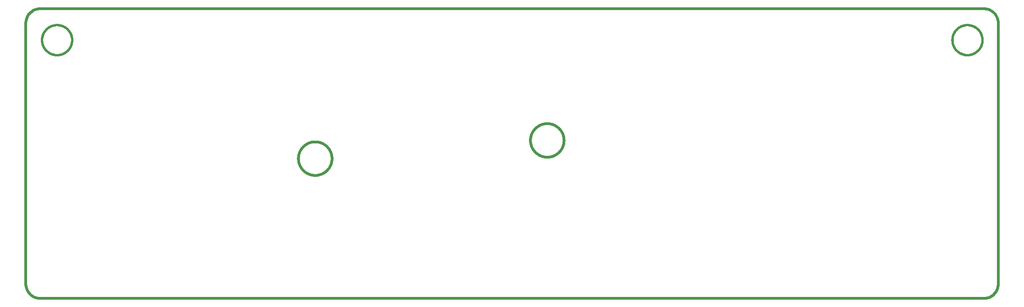
<source format=gm1>
%TF.GenerationSoftware,KiCad,Pcbnew,7.0.1-0*%
%TF.CreationDate,2023-05-09T20:48:56-04:00*%
%TF.ProjectId,WrightFlyer,57726967-6874-4466-9c79-65722e6b6963,v05*%
%TF.SameCoordinates,Original*%
%TF.FileFunction,Profile,NP*%
%FSLAX46Y46*%
G04 Gerber Fmt 4.6, Leading zero omitted, Abs format (unit mm)*
G04 Created by KiCad (PCBNEW 7.0.1-0) date 2023-05-09 20:48:56*
%MOMM*%
%LPD*%
G01*
G04 APERTURE LIST*
%TA.AperFunction,Profile*%
%ADD10C,0.520750*%
%TD*%
%TA.AperFunction,Profile*%
%ADD11C,0.447760*%
%TD*%
%TA.AperFunction,Profile*%
%ADD12C,0.499999*%
%TD*%
G04 APERTURE END LIST*
%TO.C,svg2mod*%
D10*
X240268506Y-63053385D02*
X240331599Y-63055848D01*
X240394615Y-63059952D01*
X240457518Y-63065694D01*
X240520269Y-63073071D01*
X240582830Y-63082078D01*
X240645164Y-63092709D01*
X240707232Y-63104959D01*
X240768999Y-63118820D01*
X240830426Y-63134284D01*
X240891476Y-63151341D01*
X240952113Y-63169981D01*
X241012301Y-63190193D01*
X241072002Y-63211965D01*
X241131182Y-63235283D01*
X241189803Y-63260133D01*
X241247832Y-63286502D01*
X241305233Y-63314371D01*
X241361971Y-63343726D01*
X241418012Y-63374548D01*
X241473323Y-63406818D01*
X241527871Y-63440518D01*
X241581621Y-63475626D01*
X241634543Y-63512123D01*
X241686604Y-63549985D01*
X241737772Y-63589190D01*
X241788018Y-63629714D01*
X241837310Y-63671533D01*
X241885619Y-63714622D01*
X241932916Y-63758954D01*
X241979173Y-63804504D01*
X242024361Y-63851243D01*
X242068453Y-63899144D01*
X242111423Y-63948177D01*
X242153245Y-63998314D01*
X242193894Y-64049523D01*
X242233344Y-64101774D01*
X242271573Y-64155036D01*
X242308558Y-64209276D01*
X242344276Y-64264463D01*
X242378705Y-64320561D01*
X242411825Y-64377539D01*
X242443616Y-64435361D01*
X242474059Y-64493992D01*
X242503136Y-64553398D01*
X242530828Y-64613542D01*
X242557119Y-64674389D01*
X242581994Y-64735901D01*
X242605437Y-64798042D01*
X242627435Y-64860774D01*
X242647974Y-64924060D01*
X242667041Y-64987860D01*
X242684625Y-65052138D01*
X242700716Y-65116853D01*
X242715304Y-65181968D01*
X242728380Y-65247442D01*
X242739937Y-65313237D01*
X242749966Y-65379313D01*
X242758463Y-65445630D01*
X242765422Y-65512147D01*
X242770839Y-65578826D01*
X242774710Y-65645626D01*
X242777034Y-65712506D01*
X242777809Y-65779427D01*
X242777809Y-113804948D01*
X242774710Y-113938749D01*
X242765422Y-114072228D01*
X242749966Y-114205062D01*
X242728380Y-114336933D01*
X242700716Y-114467522D01*
X242667041Y-114596515D01*
X242627435Y-114723601D01*
X242581994Y-114848474D01*
X242530828Y-114970833D01*
X242474059Y-115090383D01*
X242411825Y-115206836D01*
X242344276Y-115319912D01*
X242271573Y-115429339D01*
X242193894Y-115534852D01*
X242111423Y-115636198D01*
X242024361Y-115733132D01*
X241932916Y-115825421D01*
X241837310Y-115912842D01*
X241737772Y-115995186D01*
X241634543Y-116072252D01*
X241527871Y-116143857D01*
X241418012Y-116209827D01*
X241305233Y-116270004D01*
X241189803Y-116324242D01*
X241072002Y-116372410D01*
X240952113Y-116414394D01*
X240830426Y-116450091D01*
X240707232Y-116479416D01*
X240582830Y-116502298D01*
X240457518Y-116518681D01*
X240331599Y-116528527D01*
X240205375Y-116531812D01*
X65871000Y-116531812D01*
X65807869Y-116530990D01*
X65744776Y-116528527D01*
X65681760Y-116524423D01*
X65618857Y-116518681D01*
X65556106Y-116511304D01*
X65493545Y-116502298D01*
X65431212Y-116491666D01*
X65369143Y-116479416D01*
X65307376Y-116465555D01*
X65245949Y-116450091D01*
X65184899Y-116433034D01*
X65124262Y-116414394D01*
X65064074Y-116394182D01*
X65004373Y-116372410D01*
X64945194Y-116349092D01*
X64886572Y-116324242D01*
X64828543Y-116297873D01*
X64771143Y-116270004D01*
X64714404Y-116240649D01*
X64658363Y-116209827D01*
X64603052Y-116177557D01*
X64548505Y-116143857D01*
X64494754Y-116108749D01*
X64441832Y-116072252D01*
X64389771Y-116034390D01*
X64338603Y-115995186D01*
X64288357Y-115954661D01*
X64239065Y-115912842D01*
X64190756Y-115869753D01*
X64143459Y-115825421D01*
X64097202Y-115779871D01*
X64052014Y-115733132D01*
X64007922Y-115685231D01*
X63964952Y-115636198D01*
X63923130Y-115586061D01*
X63882482Y-115534852D01*
X63843031Y-115482601D01*
X63804802Y-115429339D01*
X63767817Y-115375099D01*
X63732099Y-115319912D01*
X63697670Y-115263814D01*
X63664550Y-115206836D01*
X63632759Y-115149014D01*
X63602316Y-115090383D01*
X63573239Y-115030977D01*
X63545547Y-114970833D01*
X63519256Y-114909986D01*
X63494381Y-114848474D01*
X63470938Y-114786333D01*
X63448940Y-114723601D01*
X63428401Y-114660316D01*
X63409334Y-114596515D01*
X63391750Y-114532238D01*
X63375659Y-114467522D01*
X63361071Y-114402407D01*
X63347995Y-114336933D01*
X63336438Y-114271138D01*
X63326409Y-114205062D01*
X63317912Y-114138745D01*
X63310953Y-114072228D01*
X63305536Y-114005549D01*
X63301665Y-113938749D01*
X63299341Y-113871869D01*
X63298566Y-113804948D01*
X63298566Y-65779427D01*
X63301665Y-65645626D01*
X63310953Y-65512147D01*
X63326409Y-65379313D01*
X63347995Y-65247442D01*
X63375659Y-65116853D01*
X63409334Y-64987860D01*
X63448940Y-64860774D01*
X63494381Y-64735901D01*
X63545547Y-64613542D01*
X63602316Y-64493992D01*
X63664550Y-64377539D01*
X63732099Y-64264463D01*
X63804802Y-64155036D01*
X63882482Y-64049523D01*
X63964952Y-63948177D01*
X64052014Y-63851243D01*
X64143459Y-63758954D01*
X64239065Y-63671533D01*
X64338603Y-63589190D01*
X64441832Y-63512123D01*
X64548505Y-63440518D01*
X64658363Y-63374548D01*
X64771143Y-63314371D01*
X64886572Y-63260133D01*
X65004373Y-63211965D01*
X65124262Y-63169981D01*
X65245949Y-63134284D01*
X65369143Y-63104959D01*
X65493545Y-63082078D01*
X65618857Y-63065694D01*
X65744776Y-63055848D01*
X65871000Y-63052563D01*
X240205375Y-63052563D01*
X240268506Y-63053385D01*
D11*
X69106320Y-66016904D02*
X69174409Y-66019412D01*
X69242415Y-66023590D01*
X69310298Y-66029436D01*
X69378018Y-66036946D01*
X69445532Y-66046115D01*
X69512802Y-66056939D01*
X69579785Y-66069410D01*
X69646442Y-66083522D01*
X69712733Y-66099265D01*
X69778618Y-66116630D01*
X69844056Y-66135607D01*
X69909009Y-66156184D01*
X69973438Y-66178348D01*
X70037303Y-66202088D01*
X70100566Y-66227387D01*
X70163190Y-66254232D01*
X70225135Y-66282605D01*
X70286366Y-66312490D01*
X70346845Y-66343869D01*
X70406536Y-66376722D01*
X70465402Y-66411030D01*
X70523409Y-66446773D01*
X70580521Y-66483928D01*
X70636704Y-66522474D01*
X70691924Y-66562387D01*
X70746148Y-66603643D01*
X70799343Y-66646218D01*
X70851477Y-66690085D01*
X70902519Y-66735218D01*
X70952438Y-66781591D01*
X71001204Y-66829174D01*
X71048788Y-66877940D01*
X71095160Y-66927859D01*
X71140294Y-66978901D01*
X71184161Y-67031036D01*
X71226735Y-67084231D01*
X71267992Y-67138455D01*
X71307905Y-67193675D01*
X71346450Y-67249858D01*
X71383606Y-67306970D01*
X71419349Y-67364977D01*
X71453657Y-67423843D01*
X71486510Y-67483534D01*
X71517889Y-67544013D01*
X71547774Y-67605243D01*
X71576147Y-67667189D01*
X71602991Y-67729812D01*
X71628291Y-67793076D01*
X71652030Y-67856941D01*
X71674195Y-67921369D01*
X71694772Y-67986322D01*
X71713749Y-68051761D01*
X71731114Y-68117645D01*
X71746857Y-68183936D01*
X71760969Y-68250593D01*
X71773440Y-68317577D01*
X71784264Y-68384846D01*
X71793433Y-68452361D01*
X71800943Y-68520080D01*
X71806789Y-68587963D01*
X71810967Y-68655970D01*
X71813475Y-68724058D01*
X71814311Y-68792187D01*
X71813475Y-68860317D01*
X71810967Y-68928405D01*
X71806789Y-68996411D01*
X71800943Y-69064295D01*
X71793433Y-69132014D01*
X71784264Y-69199529D01*
X71773440Y-69266798D01*
X71760969Y-69333782D01*
X71746857Y-69400439D01*
X71731114Y-69466729D01*
X71713749Y-69532614D01*
X71694772Y-69598052D01*
X71674195Y-69663005D01*
X71652030Y-69727434D01*
X71628291Y-69791299D01*
X71602991Y-69854562D01*
X71576147Y-69917186D01*
X71547774Y-69979132D01*
X71517889Y-70040362D01*
X71486510Y-70100841D01*
X71453657Y-70160532D01*
X71419349Y-70219398D01*
X71383606Y-70277405D01*
X71346450Y-70334517D01*
X71307905Y-70390700D01*
X71267992Y-70445920D01*
X71226735Y-70500144D01*
X71184161Y-70553339D01*
X71140294Y-70605473D01*
X71095160Y-70656515D01*
X71048788Y-70706434D01*
X71001204Y-70755200D01*
X70952438Y-70802784D01*
X70902519Y-70849156D01*
X70851477Y-70894290D01*
X70799343Y-70938157D01*
X70746148Y-70980731D01*
X70691924Y-71021988D01*
X70636704Y-71061901D01*
X70580521Y-71100447D01*
X70523409Y-71137602D01*
X70465402Y-71173345D01*
X70406536Y-71207653D01*
X70346845Y-71240506D01*
X70286366Y-71271885D01*
X70225135Y-71301770D01*
X70163190Y-71330143D01*
X70100566Y-71356988D01*
X70037303Y-71382287D01*
X69973438Y-71406026D01*
X69909009Y-71428191D01*
X69844056Y-71448768D01*
X69778618Y-71467745D01*
X69712733Y-71485110D01*
X69646442Y-71500853D01*
X69579785Y-71514965D01*
X69512802Y-71527436D01*
X69445532Y-71538260D01*
X69378018Y-71547429D01*
X69310298Y-71554939D01*
X69242415Y-71560785D01*
X69174409Y-71564963D01*
X69106320Y-71567471D01*
X69038191Y-71568307D01*
X68970062Y-71567471D01*
X68901973Y-71564963D01*
X68833967Y-71560785D01*
X68766084Y-71554939D01*
X68698364Y-71547429D01*
X68630850Y-71538260D01*
X68563580Y-71527436D01*
X68496597Y-71514965D01*
X68429940Y-71500853D01*
X68363649Y-71485110D01*
X68297764Y-71467745D01*
X68232326Y-71448768D01*
X68167373Y-71428191D01*
X68102944Y-71406026D01*
X68039079Y-71382287D01*
X67975816Y-71356988D01*
X67913193Y-71330143D01*
X67851247Y-71301770D01*
X67790016Y-71271885D01*
X67729537Y-71240506D01*
X67669847Y-71207653D01*
X67610980Y-71173345D01*
X67552973Y-71137602D01*
X67495861Y-71100447D01*
X67439678Y-71061901D01*
X67384458Y-71021988D01*
X67330234Y-70980731D01*
X67277039Y-70938157D01*
X67224905Y-70894290D01*
X67173863Y-70849156D01*
X67123944Y-70802784D01*
X67075178Y-70755200D01*
X67027594Y-70706434D01*
X66981222Y-70656515D01*
X66936088Y-70605473D01*
X66892221Y-70553339D01*
X66849647Y-70500144D01*
X66808391Y-70445920D01*
X66768477Y-70390700D01*
X66729932Y-70334517D01*
X66692776Y-70277405D01*
X66657033Y-70219398D01*
X66622725Y-70160532D01*
X66589872Y-70100841D01*
X66558493Y-70040362D01*
X66528608Y-69979132D01*
X66500235Y-69917186D01*
X66473391Y-69854562D01*
X66448091Y-69791299D01*
X66424352Y-69727434D01*
X66402187Y-69663005D01*
X66381610Y-69598052D01*
X66362633Y-69532614D01*
X66345268Y-69466729D01*
X66329525Y-69400439D01*
X66315413Y-69333782D01*
X66302942Y-69266798D01*
X66292118Y-69199529D01*
X66282949Y-69132014D01*
X66275439Y-69064295D01*
X66269593Y-68996411D01*
X66265415Y-68928405D01*
X66262907Y-68860317D01*
X66262071Y-68792187D01*
X66262907Y-68724058D01*
X66265415Y-68655970D01*
X66269593Y-68587963D01*
X66275439Y-68520080D01*
X66282949Y-68452361D01*
X66292118Y-68384846D01*
X66302942Y-68317577D01*
X66315413Y-68250593D01*
X66329525Y-68183936D01*
X66345268Y-68117645D01*
X66362633Y-68051761D01*
X66381610Y-67986322D01*
X66402187Y-67921369D01*
X66424352Y-67856941D01*
X66448091Y-67793076D01*
X66473391Y-67729812D01*
X66500235Y-67667189D01*
X66528608Y-67605243D01*
X66558493Y-67544013D01*
X66589872Y-67483534D01*
X66622725Y-67423843D01*
X66657033Y-67364977D01*
X66692776Y-67306970D01*
X66729932Y-67249858D01*
X66768477Y-67193675D01*
X66808391Y-67138455D01*
X66849647Y-67084231D01*
X66892221Y-67031036D01*
X66936088Y-66978901D01*
X66981222Y-66927859D01*
X67027594Y-66877940D01*
X67075178Y-66829174D01*
X67123944Y-66781591D01*
X67173863Y-66735218D01*
X67224905Y-66690085D01*
X67277039Y-66646218D01*
X67330234Y-66603643D01*
X67384458Y-66562387D01*
X67439678Y-66522474D01*
X67495861Y-66483928D01*
X67552973Y-66446773D01*
X67610980Y-66411030D01*
X67669847Y-66376722D01*
X67729537Y-66343869D01*
X67790016Y-66312490D01*
X67851247Y-66282605D01*
X67913193Y-66254232D01*
X67975816Y-66227387D01*
X68039079Y-66202088D01*
X68102944Y-66178348D01*
X68167373Y-66156184D01*
X68232326Y-66135607D01*
X68297764Y-66116630D01*
X68363649Y-66099265D01*
X68429940Y-66083522D01*
X68496597Y-66069410D01*
X68563580Y-66056939D01*
X68630850Y-66046115D01*
X68698364Y-66036946D01*
X68766084Y-66029436D01*
X68833967Y-66023590D01*
X68901973Y-66019412D01*
X68970062Y-66016904D01*
X69038191Y-66016068D01*
X69106320Y-66016904D01*
D12*
X116788044Y-87628842D02*
X116864076Y-87631642D01*
X116940017Y-87636307D01*
X117015820Y-87642835D01*
X117091440Y-87651221D01*
X117166831Y-87661461D01*
X117241948Y-87673547D01*
X117316747Y-87687474D01*
X117391180Y-87703231D01*
X117465205Y-87720811D01*
X117538776Y-87740202D01*
X117611849Y-87761393D01*
X117684380Y-87784371D01*
X117756325Y-87809121D01*
X117827641Y-87835630D01*
X117898285Y-87863881D01*
X117968215Y-87893858D01*
X118037387Y-87925541D01*
X118105762Y-87958913D01*
X118173297Y-87993952D01*
X118239951Y-88030638D01*
X118305685Y-88068949D01*
X118370459Y-88108862D01*
X118434234Y-88150352D01*
X118496972Y-88193395D01*
X118558634Y-88237965D01*
X118619185Y-88284034D01*
X118678586Y-88331576D01*
X118736802Y-88380561D01*
X118793799Y-88430959D01*
X118849542Y-88482742D01*
X118903998Y-88535877D01*
X118957133Y-88590332D01*
X119008915Y-88646075D01*
X119059314Y-88703072D01*
X119108299Y-88761289D01*
X119155841Y-88820690D01*
X119201910Y-88881240D01*
X119246480Y-88942903D01*
X119289522Y-89005640D01*
X119331013Y-89069415D01*
X119370925Y-89134189D01*
X119409236Y-89199924D01*
X119445923Y-89266578D01*
X119480962Y-89334113D01*
X119514334Y-89402487D01*
X119546017Y-89471660D01*
X119575993Y-89541589D01*
X119604244Y-89612233D01*
X119630753Y-89683549D01*
X119655504Y-89755495D01*
X119678482Y-89828025D01*
X119699673Y-89901098D01*
X119719064Y-89974669D01*
X119736643Y-90048694D01*
X119752401Y-90123128D01*
X119766327Y-90197926D01*
X119778414Y-90273043D01*
X119788653Y-90348435D01*
X119797039Y-90424055D01*
X119803567Y-90499858D01*
X119808233Y-90575798D01*
X119811033Y-90651830D01*
X119811967Y-90727908D01*
X119811033Y-90803986D01*
X119808233Y-90880018D01*
X119803567Y-90955958D01*
X119797039Y-91031761D01*
X119788653Y-91107381D01*
X119778414Y-91182772D01*
X119766327Y-91257890D01*
X119752401Y-91332688D01*
X119736643Y-91407122D01*
X119719064Y-91481147D01*
X119699673Y-91554718D01*
X119678482Y-91627790D01*
X119655504Y-91700321D01*
X119630753Y-91772267D01*
X119604244Y-91843583D01*
X119575993Y-91914227D01*
X119546017Y-91984156D01*
X119514334Y-92053329D01*
X119480962Y-92121703D01*
X119445923Y-92189238D01*
X119409236Y-92255892D01*
X119370925Y-92321626D01*
X119331013Y-92386401D01*
X119289522Y-92450176D01*
X119246480Y-92512913D01*
X119201910Y-92574576D01*
X119155841Y-92635126D01*
X119108299Y-92694527D01*
X119059314Y-92752744D01*
X119008915Y-92809741D01*
X118957133Y-92865484D01*
X118903998Y-92919939D01*
X118849542Y-92973074D01*
X118793799Y-93024856D01*
X118736802Y-93075255D01*
X118678586Y-93124240D01*
X118619185Y-93171782D01*
X118558634Y-93217851D01*
X118496972Y-93262421D01*
X118434234Y-93305464D01*
X118370459Y-93346954D01*
X118305685Y-93386867D01*
X118239951Y-93425178D01*
X118173297Y-93461864D01*
X118105762Y-93496903D01*
X118037387Y-93530275D01*
X117968215Y-93561958D01*
X117898285Y-93591935D01*
X117827641Y-93620186D01*
X117756325Y-93646695D01*
X117684380Y-93671445D01*
X117611849Y-93694423D01*
X117538776Y-93715614D01*
X117465205Y-93735005D01*
X117391180Y-93752585D01*
X117316747Y-93768342D01*
X117241948Y-93782269D01*
X117166831Y-93794355D01*
X117091440Y-93804595D01*
X117015820Y-93812981D01*
X116940017Y-93819508D01*
X116864076Y-93824174D01*
X116788044Y-93826974D01*
X116711967Y-93827908D01*
X116635889Y-93826974D01*
X116559857Y-93824174D01*
X116483916Y-93819508D01*
X116408113Y-93812981D01*
X116332493Y-93804595D01*
X116257102Y-93794355D01*
X116181985Y-93782269D01*
X116107187Y-93768342D01*
X116032753Y-93752585D01*
X115958728Y-93735005D01*
X115885157Y-93715614D01*
X115812084Y-93694423D01*
X115739553Y-93671445D01*
X115667608Y-93646695D01*
X115596292Y-93620186D01*
X115525648Y-93591935D01*
X115455718Y-93561958D01*
X115386546Y-93530275D01*
X115318171Y-93496903D01*
X115250637Y-93461864D01*
X115183982Y-93425178D01*
X115118248Y-93386867D01*
X115053474Y-93346954D01*
X114989699Y-93305464D01*
X114926961Y-93262421D01*
X114865299Y-93217851D01*
X114804749Y-93171782D01*
X114745347Y-93124240D01*
X114687131Y-93075255D01*
X114630134Y-93024856D01*
X114574391Y-92973074D01*
X114519935Y-92919939D01*
X114466800Y-92865484D01*
X114415018Y-92809741D01*
X114364619Y-92752744D01*
X114315634Y-92694527D01*
X114268092Y-92635126D01*
X114222023Y-92574576D01*
X114177453Y-92512913D01*
X114134411Y-92450176D01*
X114092920Y-92386401D01*
X114053008Y-92321626D01*
X114014697Y-92255892D01*
X113978010Y-92189238D01*
X113942971Y-92121703D01*
X113909600Y-92053329D01*
X113877916Y-91984156D01*
X113847940Y-91914227D01*
X113819689Y-91843583D01*
X113793180Y-91772267D01*
X113768429Y-91700321D01*
X113745451Y-91627790D01*
X113724261Y-91554718D01*
X113704869Y-91481147D01*
X113687290Y-91407122D01*
X113671532Y-91332688D01*
X113657606Y-91257890D01*
X113645519Y-91182772D01*
X113635280Y-91107381D01*
X113626894Y-91031761D01*
X113620366Y-90955958D01*
X113615700Y-90880018D01*
X113612900Y-90803986D01*
X113611966Y-90727908D01*
X113612900Y-90651830D01*
X113615700Y-90575798D01*
X113620366Y-90499858D01*
X113626894Y-90424055D01*
X113635280Y-90348435D01*
X113645519Y-90273043D01*
X113657606Y-90197926D01*
X113671532Y-90123128D01*
X113687290Y-90048694D01*
X113704869Y-89974669D01*
X113724261Y-89901098D01*
X113745451Y-89828025D01*
X113768429Y-89755495D01*
X113793180Y-89683549D01*
X113819689Y-89612233D01*
X113847940Y-89541589D01*
X113877916Y-89471660D01*
X113909600Y-89402487D01*
X113942971Y-89334113D01*
X113978010Y-89266578D01*
X114014697Y-89199924D01*
X114053008Y-89134189D01*
X114092920Y-89069415D01*
X114134411Y-89005640D01*
X114177453Y-88942903D01*
X114222023Y-88881240D01*
X114268092Y-88820690D01*
X114315634Y-88761289D01*
X114364619Y-88703072D01*
X114415018Y-88646075D01*
X114466800Y-88590332D01*
X114519935Y-88535877D01*
X114574391Y-88482742D01*
X114630134Y-88430959D01*
X114687131Y-88380561D01*
X114745347Y-88331576D01*
X114804749Y-88284034D01*
X114865299Y-88237965D01*
X114926961Y-88193395D01*
X114989699Y-88150352D01*
X115053474Y-88108862D01*
X115118248Y-88068949D01*
X115183982Y-88030638D01*
X115250637Y-87993952D01*
X115318171Y-87958913D01*
X115386546Y-87925541D01*
X115455718Y-87893858D01*
X115525648Y-87863881D01*
X115596292Y-87835630D01*
X115667608Y-87809121D01*
X115739553Y-87784371D01*
X115812084Y-87761393D01*
X115885157Y-87740202D01*
X115958728Y-87720811D01*
X116032753Y-87703231D01*
X116107187Y-87687474D01*
X116181985Y-87673547D01*
X116257102Y-87661461D01*
X116332493Y-87651221D01*
X116408113Y-87642835D01*
X116483916Y-87636307D01*
X116559857Y-87631642D01*
X116635889Y-87628842D01*
X116711967Y-87627908D01*
X116788044Y-87628842D01*
X159613807Y-84267091D02*
X159689839Y-84269891D01*
X159765780Y-84274557D01*
X159841583Y-84281085D01*
X159917203Y-84289471D01*
X159992594Y-84299710D01*
X160067711Y-84311796D01*
X160142510Y-84325723D01*
X160216943Y-84341481D01*
X160290968Y-84359060D01*
X160364539Y-84378451D01*
X160437612Y-84399642D01*
X160510143Y-84422620D01*
X160582088Y-84447371D01*
X160653404Y-84473879D01*
X160724048Y-84502131D01*
X160793978Y-84532107D01*
X160863150Y-84563790D01*
X160931525Y-84597162D01*
X160999059Y-84632201D01*
X161065714Y-84668888D01*
X161131448Y-84707198D01*
X161196222Y-84747111D01*
X161259997Y-84788601D01*
X161322735Y-84831644D01*
X161384397Y-84876214D01*
X161444948Y-84922283D01*
X161504349Y-84969825D01*
X161562565Y-85018810D01*
X161619562Y-85069209D01*
X161675305Y-85120991D01*
X161729761Y-85174126D01*
X161782896Y-85228581D01*
X161834678Y-85284324D01*
X161885077Y-85341321D01*
X161934062Y-85399538D01*
X161981604Y-85458939D01*
X162027673Y-85519489D01*
X162072243Y-85581152D01*
X162115285Y-85643889D01*
X162156776Y-85707665D01*
X162196688Y-85772439D01*
X162234999Y-85838173D01*
X162271686Y-85904827D01*
X162306725Y-85972362D01*
X162340096Y-86040736D01*
X162371780Y-86109909D01*
X162401756Y-86179839D01*
X162430007Y-86250483D01*
X162456516Y-86321799D01*
X162481267Y-86393744D01*
X162504245Y-86466275D01*
X162525435Y-86539348D01*
X162544827Y-86612919D01*
X162562406Y-86686943D01*
X162578164Y-86761377D01*
X162592090Y-86836175D01*
X162604177Y-86911293D01*
X162614416Y-86986684D01*
X162622802Y-87062304D01*
X162629330Y-87138107D01*
X162633996Y-87214047D01*
X162636796Y-87290079D01*
X162637730Y-87366157D01*
X162636796Y-87442235D01*
X162633996Y-87518267D01*
X162629330Y-87594207D01*
X162622802Y-87670010D01*
X162614416Y-87745630D01*
X162604177Y-87821022D01*
X162592090Y-87896139D01*
X162578164Y-87970937D01*
X162562406Y-88045371D01*
X162544827Y-88119396D01*
X162525435Y-88192967D01*
X162504245Y-88266040D01*
X162481267Y-88338571D01*
X162456516Y-88410516D01*
X162430007Y-88481832D01*
X162401756Y-88552476D01*
X162371780Y-88622405D01*
X162340096Y-88691578D01*
X162306725Y-88759952D01*
X162271686Y-88827487D01*
X162234999Y-88894142D01*
X162196688Y-88959876D01*
X162156776Y-89024650D01*
X162115285Y-89088425D01*
X162072243Y-89151163D01*
X162027673Y-89212825D01*
X161981604Y-89273375D01*
X161934062Y-89332776D01*
X161885077Y-89390993D01*
X161834678Y-89447990D01*
X161782896Y-89503733D01*
X161729761Y-89558188D01*
X161675305Y-89611323D01*
X161619562Y-89663106D01*
X161562565Y-89713505D01*
X161504349Y-89762490D01*
X161444948Y-89810031D01*
X161384397Y-89856101D01*
X161322735Y-89900670D01*
X161259997Y-89943713D01*
X161196222Y-89985203D01*
X161131448Y-90025116D01*
X161065714Y-90063427D01*
X160999059Y-90100113D01*
X160931525Y-90135153D01*
X160863150Y-90168524D01*
X160793978Y-90200208D01*
X160724048Y-90230184D01*
X160653404Y-90258435D01*
X160582088Y-90284944D01*
X160510143Y-90309695D01*
X160437612Y-90332672D01*
X160364539Y-90353863D01*
X160290968Y-90373254D01*
X160216943Y-90390834D01*
X160142510Y-90406592D01*
X160067711Y-90420518D01*
X159992594Y-90432604D01*
X159917203Y-90442844D01*
X159841583Y-90451230D01*
X159765780Y-90457758D01*
X159689839Y-90462423D01*
X159613807Y-90465224D01*
X159537729Y-90466157D01*
X159461652Y-90465224D01*
X159385620Y-90462423D01*
X159309679Y-90457758D01*
X159233876Y-90451230D01*
X159158256Y-90442844D01*
X159082865Y-90432604D01*
X159007748Y-90420518D01*
X158932949Y-90406592D01*
X158858516Y-90390834D01*
X158784491Y-90373254D01*
X158710920Y-90353863D01*
X158637847Y-90332672D01*
X158565316Y-90309695D01*
X158493371Y-90284944D01*
X158422055Y-90258435D01*
X158351411Y-90230184D01*
X158281481Y-90200208D01*
X158212309Y-90168524D01*
X158143934Y-90135153D01*
X158076400Y-90100113D01*
X158009745Y-90063427D01*
X157944011Y-90025116D01*
X157879237Y-89985203D01*
X157815462Y-89943713D01*
X157752724Y-89900670D01*
X157691062Y-89856101D01*
X157630511Y-89810031D01*
X157571110Y-89762490D01*
X157512894Y-89713505D01*
X157455897Y-89663106D01*
X157400154Y-89611323D01*
X157345698Y-89558188D01*
X157292563Y-89503733D01*
X157240781Y-89447990D01*
X157190382Y-89390993D01*
X157141397Y-89332776D01*
X157093855Y-89273375D01*
X157047786Y-89212825D01*
X157003216Y-89151163D01*
X156960174Y-89088425D01*
X156918683Y-89024650D01*
X156878771Y-88959876D01*
X156840460Y-88894142D01*
X156803773Y-88827487D01*
X156768734Y-88759952D01*
X156735363Y-88691578D01*
X156703679Y-88622405D01*
X156673703Y-88552476D01*
X156645452Y-88481832D01*
X156618943Y-88410516D01*
X156594192Y-88338571D01*
X156571214Y-88266040D01*
X156550024Y-88192967D01*
X156530632Y-88119396D01*
X156513053Y-88045371D01*
X156497295Y-87970937D01*
X156483369Y-87896139D01*
X156471282Y-87821022D01*
X156461043Y-87745630D01*
X156452657Y-87670010D01*
X156446129Y-87594207D01*
X156441463Y-87518267D01*
X156438663Y-87442235D01*
X156437729Y-87366157D01*
X156438663Y-87290079D01*
X156441463Y-87214047D01*
X156446129Y-87138107D01*
X156452657Y-87062304D01*
X156461043Y-86986684D01*
X156471282Y-86911293D01*
X156483369Y-86836175D01*
X156497295Y-86761377D01*
X156513053Y-86686943D01*
X156530632Y-86612919D01*
X156550024Y-86539348D01*
X156571214Y-86466275D01*
X156594192Y-86393744D01*
X156618943Y-86321799D01*
X156645452Y-86250483D01*
X156673703Y-86179839D01*
X156703679Y-86109909D01*
X156735363Y-86040736D01*
X156768734Y-85972362D01*
X156803773Y-85904827D01*
X156840460Y-85838173D01*
X156878771Y-85772439D01*
X156918683Y-85707665D01*
X156960174Y-85643889D01*
X157003216Y-85581152D01*
X157047786Y-85519489D01*
X157093855Y-85458939D01*
X157141397Y-85399538D01*
X157190382Y-85341321D01*
X157240781Y-85284324D01*
X157292563Y-85228581D01*
X157345698Y-85174126D01*
X157400154Y-85120991D01*
X157455897Y-85069209D01*
X157512894Y-85018810D01*
X157571110Y-84969825D01*
X157630511Y-84922283D01*
X157691062Y-84876214D01*
X157752724Y-84831644D01*
X157815462Y-84788601D01*
X157879237Y-84747111D01*
X157944011Y-84707198D01*
X158009745Y-84668888D01*
X158076400Y-84632201D01*
X158143934Y-84597162D01*
X158212309Y-84563790D01*
X158281481Y-84532107D01*
X158351411Y-84502131D01*
X158422055Y-84473879D01*
X158493371Y-84447371D01*
X158565316Y-84422620D01*
X158637847Y-84399642D01*
X158710920Y-84378451D01*
X158784491Y-84359060D01*
X158858516Y-84341481D01*
X158932949Y-84325723D01*
X159007748Y-84311796D01*
X159082865Y-84299710D01*
X159158256Y-84289471D01*
X159233876Y-84281085D01*
X159309679Y-84274557D01*
X159385620Y-84269891D01*
X159461652Y-84267091D01*
X159537729Y-84266157D01*
X159613807Y-84267091D01*
D11*
X237106329Y-66016904D02*
X237174417Y-66019412D01*
X237242424Y-66023590D01*
X237310307Y-66029436D01*
X237378026Y-66036946D01*
X237445541Y-66046115D01*
X237512810Y-66056939D01*
X237579794Y-66069410D01*
X237646451Y-66083522D01*
X237712742Y-66099265D01*
X237778626Y-66116630D01*
X237844065Y-66135607D01*
X237909018Y-66156184D01*
X237973446Y-66178348D01*
X238037311Y-66202088D01*
X238100575Y-66227387D01*
X238163198Y-66254232D01*
X238225144Y-66282605D01*
X238286375Y-66312490D01*
X238346853Y-66343869D01*
X238406544Y-66376722D01*
X238465410Y-66411030D01*
X238523417Y-66446773D01*
X238580529Y-66483928D01*
X238636712Y-66522474D01*
X238691932Y-66562387D01*
X238746156Y-66603643D01*
X238799351Y-66646218D01*
X238851486Y-66690085D01*
X238902528Y-66735218D01*
X238952447Y-66781591D01*
X239001213Y-66829174D01*
X239048796Y-66877940D01*
X239095169Y-66927859D01*
X239140302Y-66978901D01*
X239184169Y-67031036D01*
X239226744Y-67084231D01*
X239268000Y-67138455D01*
X239307913Y-67193675D01*
X239346459Y-67249858D01*
X239383614Y-67306970D01*
X239419357Y-67364977D01*
X239453665Y-67423843D01*
X239486519Y-67483534D01*
X239517897Y-67544013D01*
X239547782Y-67605243D01*
X239576155Y-67667189D01*
X239603000Y-67729812D01*
X239628299Y-67793076D01*
X239652039Y-67856941D01*
X239674204Y-67921369D01*
X239694781Y-67986322D01*
X239713758Y-68051761D01*
X239731123Y-68117645D01*
X239746866Y-68183936D01*
X239760977Y-68250593D01*
X239773448Y-68317577D01*
X239784272Y-68384846D01*
X239793442Y-68452361D01*
X239800952Y-68520080D01*
X239806797Y-68587963D01*
X239810976Y-68655970D01*
X239813483Y-68724058D01*
X239814320Y-68792187D01*
X239813483Y-68860317D01*
X239810976Y-68928405D01*
X239806797Y-68996411D01*
X239800952Y-69064295D01*
X239793442Y-69132014D01*
X239784272Y-69199529D01*
X239773448Y-69266798D01*
X239760977Y-69333782D01*
X239746866Y-69400439D01*
X239731123Y-69466729D01*
X239713758Y-69532614D01*
X239694781Y-69598052D01*
X239674204Y-69663005D01*
X239652039Y-69727434D01*
X239628299Y-69791299D01*
X239603000Y-69854562D01*
X239576155Y-69917186D01*
X239547782Y-69979132D01*
X239517897Y-70040362D01*
X239486519Y-70100841D01*
X239453665Y-70160532D01*
X239419357Y-70219398D01*
X239383614Y-70277405D01*
X239346459Y-70334517D01*
X239307913Y-70390700D01*
X239268000Y-70445920D01*
X239226744Y-70500144D01*
X239184169Y-70553339D01*
X239140302Y-70605473D01*
X239095169Y-70656515D01*
X239048796Y-70706434D01*
X239001213Y-70755200D01*
X238952447Y-70802784D01*
X238902528Y-70849156D01*
X238851486Y-70894290D01*
X238799351Y-70938157D01*
X238746156Y-70980731D01*
X238691932Y-71021988D01*
X238636712Y-71061901D01*
X238580529Y-71100447D01*
X238523417Y-71137602D01*
X238465410Y-71173345D01*
X238406544Y-71207653D01*
X238346853Y-71240506D01*
X238286375Y-71271885D01*
X238225144Y-71301770D01*
X238163198Y-71330143D01*
X238100575Y-71356988D01*
X238037311Y-71382287D01*
X237973446Y-71406026D01*
X237909018Y-71428191D01*
X237844065Y-71448768D01*
X237778626Y-71467745D01*
X237712742Y-71485110D01*
X237646451Y-71500853D01*
X237579794Y-71514965D01*
X237512810Y-71527436D01*
X237445541Y-71538260D01*
X237378026Y-71547429D01*
X237310307Y-71554939D01*
X237242424Y-71560785D01*
X237174417Y-71564963D01*
X237106329Y-71567471D01*
X237038199Y-71568307D01*
X236970070Y-71567471D01*
X236901982Y-71564963D01*
X236833975Y-71560785D01*
X236766092Y-71554939D01*
X236698373Y-71547429D01*
X236630858Y-71538260D01*
X236563589Y-71527436D01*
X236496605Y-71514965D01*
X236429948Y-71500853D01*
X236363657Y-71485110D01*
X236297773Y-71467745D01*
X236232334Y-71448768D01*
X236167381Y-71428191D01*
X236102953Y-71406026D01*
X236039088Y-71382287D01*
X235975824Y-71356988D01*
X235913201Y-71330143D01*
X235851255Y-71301770D01*
X235790024Y-71271885D01*
X235729546Y-71240506D01*
X235669855Y-71207653D01*
X235610989Y-71173345D01*
X235552982Y-71137602D01*
X235495870Y-71100447D01*
X235439687Y-71061901D01*
X235384467Y-71021988D01*
X235330243Y-70980731D01*
X235277048Y-70938157D01*
X235224913Y-70894290D01*
X235173871Y-70849156D01*
X235123952Y-70802784D01*
X235075186Y-70755200D01*
X235027603Y-70706434D01*
X234981230Y-70656515D01*
X234936097Y-70605473D01*
X234892230Y-70553339D01*
X234849655Y-70500144D01*
X234808399Y-70445920D01*
X234768486Y-70390700D01*
X234729940Y-70334517D01*
X234692785Y-70277405D01*
X234657042Y-70219398D01*
X234622734Y-70160532D01*
X234589880Y-70100841D01*
X234558502Y-70040362D01*
X234528617Y-69979132D01*
X234500243Y-69917186D01*
X234473399Y-69854562D01*
X234448100Y-69791299D01*
X234424360Y-69727434D01*
X234402195Y-69663005D01*
X234381618Y-69598052D01*
X234362641Y-69532614D01*
X234345276Y-69466729D01*
X234329533Y-69400439D01*
X234315422Y-69333782D01*
X234302951Y-69266798D01*
X234292127Y-69199529D01*
X234282957Y-69132014D01*
X234275447Y-69064295D01*
X234269602Y-68996411D01*
X234265423Y-68928405D01*
X234262916Y-68860317D01*
X234262079Y-68792187D01*
X234262916Y-68724058D01*
X234265423Y-68655970D01*
X234269602Y-68587963D01*
X234275447Y-68520080D01*
X234282957Y-68452361D01*
X234292127Y-68384846D01*
X234302951Y-68317577D01*
X234315422Y-68250593D01*
X234329533Y-68183936D01*
X234345276Y-68117645D01*
X234362641Y-68051761D01*
X234381618Y-67986322D01*
X234402195Y-67921369D01*
X234424360Y-67856941D01*
X234448100Y-67793076D01*
X234473399Y-67729812D01*
X234500243Y-67667189D01*
X234528617Y-67605243D01*
X234558502Y-67544013D01*
X234589880Y-67483534D01*
X234622734Y-67423843D01*
X234657042Y-67364977D01*
X234692785Y-67306970D01*
X234729940Y-67249858D01*
X234768486Y-67193675D01*
X234808399Y-67138455D01*
X234849655Y-67084231D01*
X234892230Y-67031036D01*
X234936097Y-66978901D01*
X234981230Y-66927859D01*
X235027603Y-66877940D01*
X235075186Y-66829174D01*
X235123952Y-66781591D01*
X235173871Y-66735218D01*
X235224913Y-66690085D01*
X235277048Y-66646218D01*
X235330243Y-66603643D01*
X235384467Y-66562387D01*
X235439687Y-66522474D01*
X235495870Y-66483928D01*
X235552982Y-66446773D01*
X235610989Y-66411030D01*
X235669855Y-66376722D01*
X235729546Y-66343869D01*
X235790024Y-66312490D01*
X235851255Y-66282605D01*
X235913201Y-66254232D01*
X235975824Y-66227387D01*
X236039088Y-66202088D01*
X236102953Y-66178348D01*
X236167381Y-66156184D01*
X236232334Y-66135607D01*
X236297773Y-66116630D01*
X236363657Y-66099265D01*
X236429948Y-66083522D01*
X236496605Y-66069410D01*
X236563589Y-66056939D01*
X236630858Y-66046115D01*
X236698373Y-66036946D01*
X236766092Y-66029436D01*
X236833975Y-66023590D01*
X236901982Y-66019412D01*
X236970070Y-66016904D01*
X237038199Y-66016068D01*
X237106329Y-66016904D01*
%TD*%
M02*

</source>
